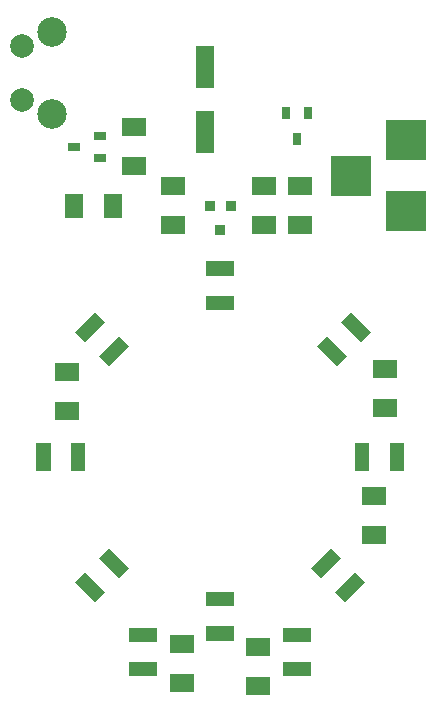
<source format=gts>
G04 (created by PCBNEW (2013-07-07 BZR 4022)-stable) date 7.12.2014. 23:29:36*
%MOIN*%
G04 Gerber Fmt 3.4, Leading zero omitted, Abs format*
%FSLAX34Y34*%
G01*
G70*
G90*
G04 APERTURE LIST*
%ADD10C,0.00590551*%
%ADD11R,0.0394X0.0315*%
%ADD12R,0.0315X0.0394*%
%ADD13R,0.08X0.06*%
%ADD14R,0.06X0.08*%
%ADD15R,0.1378X0.1378*%
%ADD16C,0.0984252*%
%ADD17C,0.0787402*%
%ADD18R,0.036X0.036*%
%ADD19R,0.063X0.1417*%
G04 APERTURE END LIST*
G54D10*
G54D11*
X12362Y-10531D03*
X13228Y-10156D03*
X13228Y-10906D03*
G54D12*
X19783Y-10275D03*
X19408Y-9409D03*
X20158Y-9409D03*
G54D13*
X14370Y-9881D03*
X14370Y-11181D03*
X22342Y-23484D03*
X22342Y-22184D03*
X15944Y-28405D03*
X15944Y-27105D03*
X22736Y-19252D03*
X22736Y-17952D03*
X18503Y-27204D03*
X18503Y-28504D03*
X12106Y-18050D03*
X12106Y-19350D03*
X19881Y-13150D03*
X19881Y-11850D03*
X18700Y-13150D03*
X18700Y-11850D03*
X15649Y-13150D03*
X15649Y-11850D03*
G54D14*
X13642Y-12500D03*
X12342Y-12500D03*
G54D10*
G36*
X16751Y-14350D02*
X17696Y-14350D01*
X17696Y-14822D01*
X16751Y-14822D01*
X16751Y-14350D01*
X16751Y-14350D01*
G37*
G36*
X16751Y-15492D02*
X17696Y-15492D01*
X17696Y-15964D01*
X16751Y-15964D01*
X16751Y-15492D01*
X16751Y-15492D01*
G37*
G36*
X20256Y-24566D02*
X20924Y-23898D01*
X21258Y-24232D01*
X20590Y-24900D01*
X20256Y-24566D01*
X20256Y-24566D01*
G37*
G36*
X21063Y-25373D02*
X21732Y-24705D01*
X22066Y-25039D01*
X21398Y-25707D01*
X21063Y-25373D01*
X21063Y-25373D01*
G37*
G36*
X13050Y-25707D02*
X12382Y-25039D01*
X12716Y-24705D01*
X13384Y-25373D01*
X13050Y-25707D01*
X13050Y-25707D01*
G37*
G36*
X13858Y-24900D02*
X13189Y-24232D01*
X13524Y-23898D01*
X14192Y-24566D01*
X13858Y-24900D01*
X13858Y-24900D01*
G37*
G36*
X14192Y-26555D02*
X15137Y-26555D01*
X15137Y-27027D01*
X14192Y-27027D01*
X14192Y-26555D01*
X14192Y-26555D01*
G37*
G36*
X14192Y-27696D02*
X15137Y-27696D01*
X15137Y-28169D01*
X14192Y-28169D01*
X14192Y-27696D01*
X14192Y-27696D01*
G37*
G36*
X12716Y-20393D02*
X12716Y-21338D01*
X12244Y-21338D01*
X12244Y-20393D01*
X12716Y-20393D01*
X12716Y-20393D01*
G37*
G36*
X11574Y-20393D02*
X11574Y-21338D01*
X11102Y-21338D01*
X11102Y-20393D01*
X11574Y-20393D01*
X11574Y-20393D01*
G37*
G36*
X21732Y-21338D02*
X21732Y-20393D01*
X22204Y-20393D01*
X22204Y-21338D01*
X21732Y-21338D01*
X21732Y-21338D01*
G37*
G36*
X22874Y-21338D02*
X22874Y-20393D01*
X23346Y-20393D01*
X23346Y-21338D01*
X22874Y-21338D01*
X22874Y-21338D01*
G37*
G36*
X21594Y-16024D02*
X22263Y-16692D01*
X21928Y-17026D01*
X21260Y-16358D01*
X21594Y-16024D01*
X21594Y-16024D01*
G37*
G36*
X20787Y-16831D02*
X21455Y-17499D01*
X21121Y-17833D01*
X20453Y-17165D01*
X20787Y-16831D01*
X20787Y-16831D01*
G37*
G36*
X19311Y-26555D02*
X20255Y-26555D01*
X20255Y-27027D01*
X19311Y-27027D01*
X19311Y-26555D01*
X19311Y-26555D01*
G37*
G36*
X19311Y-27696D02*
X20255Y-27696D01*
X20255Y-28169D01*
X19311Y-28169D01*
X19311Y-27696D01*
X19311Y-27696D01*
G37*
G36*
X16751Y-25374D02*
X17696Y-25374D01*
X17696Y-25846D01*
X16751Y-25846D01*
X16751Y-25374D01*
X16751Y-25374D01*
G37*
G36*
X16751Y-26515D02*
X17696Y-26515D01*
X17696Y-26988D01*
X16751Y-26988D01*
X16751Y-26515D01*
X16751Y-26515D01*
G37*
G36*
X14192Y-17165D02*
X13524Y-17833D01*
X13189Y-17499D01*
X13858Y-16831D01*
X14192Y-17165D01*
X14192Y-17165D01*
G37*
G36*
X13384Y-16358D02*
X12716Y-17026D01*
X12382Y-16692D01*
X13050Y-16024D01*
X13384Y-16358D01*
X13384Y-16358D01*
G37*
G54D15*
X23425Y-12677D03*
X23425Y-10315D03*
X21575Y-11496D03*
G54D16*
X11614Y-6692D03*
X11614Y-9448D03*
G54D17*
X10629Y-7185D03*
X10629Y-8956D03*
G54D18*
X16874Y-12493D03*
X17574Y-12493D03*
X17224Y-13293D03*
G54D19*
X16732Y-10039D03*
X16732Y-7873D03*
M02*

</source>
